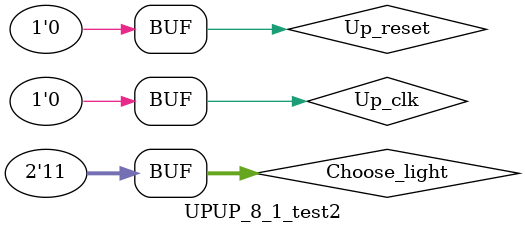
<source format=v>
`timescale 1ns / 1ps


module UPUP_8_1_test2;

	// Inputs
	reg Up_clk;
	reg Up_reset;
	reg [1:0] Choose_light;

	// Outputs
	reg [7:0] Digital_light;

	// Instantiate the Unit Under Test (UUT)
	Expetiment8_1_DigitalOutput uut (
		.Up_clk(Up_clk), 
		.Up_reset(Up_reset), 
		.Choose_light(Choose_light), 
		.Digital_light(Digital_light)
	);

	initial begin
		// Initialize Inputs
		Up_clk = 0;
		Up_reset = 0;
		Choose_light = 0;

		// Wait 100 ns for global reset to finish
		#100;
        
		// Add stimulus here
		#100;
		Up_reset = 1;
		
		#100;
		Up_reset = 0;
		
		#50;
		Up_clk = 1;
		#50;
		Up_clk = 0;
		#50;
		Up_clk = 1;
		#50;
		Up_clk = 0;
		#50;
		Up_clk = 1;
		#50;
		Up_clk = 0;
		
		#100;
		Choose_light = 1;
		
		#100;
		Choose_light = 2;
		
		#100;
		Choose_light = 3;
		
	end
      
endmodule


</source>
